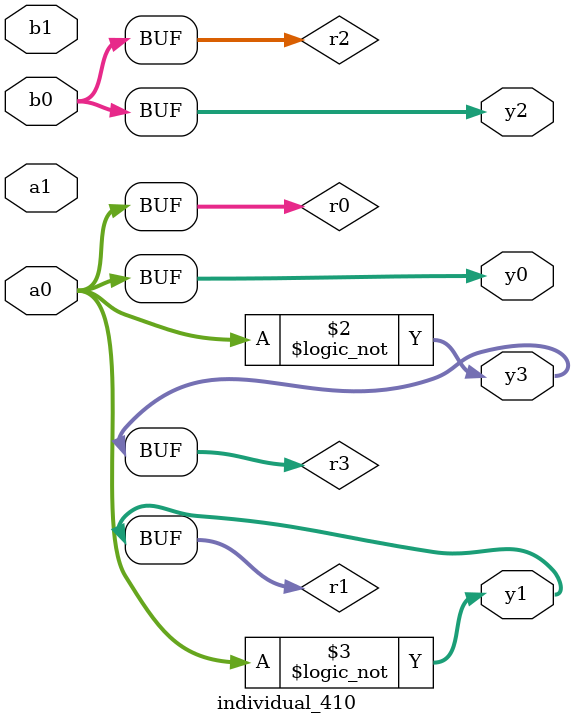
<source format=sv>
module individual_410(input logic [15:0] a1, input logic [15:0] a0, input logic [15:0] b1, input logic [15:0] b0, output logic [15:0] y3, output logic [15:0] y2, output logic [15:0] y1, output logic [15:0] y0);
logic [15:0] r0, r1, r2, r3; 
 always@(*) begin 
	 r0 = a0; r1 = a1; r2 = b0; r3 = b1; 
 	 r3 = ! r0 ;
 	 r1 = ! a0 ;
 	 y3 = r3; y2 = r2; y1 = r1; y0 = r0; 
end
endmodule
</source>
